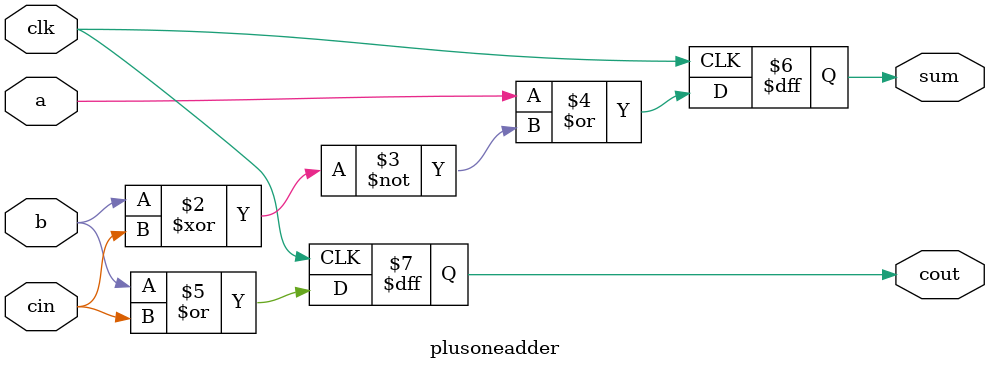
<source format=v>
`timescale 1ns / 1ps


module plusoneadder(a,b,cin,sum,cout,clk);
    input a,b,clk,cin;
    output reg sum,cout;
    
    always@(posedge clk)
    begin
    sum<=a|(~(b^cin));
    cout<=(b|cin);
    end
endmodule

</source>
